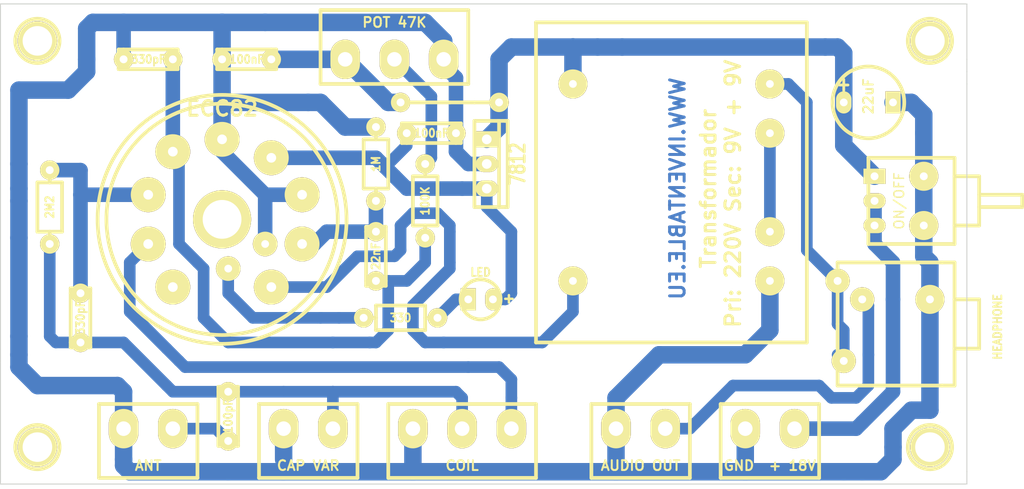
<source format=kicad_pcb>
(kicad_pcb (version 20171130) (host pcbnew "(5.1.8)-1")

  (general
    (thickness 1.6002)
    (drawings 14)
    (tracks 203)
    (zones 0)
    (modules 30)
    (nets 1)
  )

  (page A4)
  (title_block
    (date "18 jul 2013")
  )

  (layers
    (0 Front signal)
    (31 Back signal)
    (33 F.Adhes user)
    (35 F.Paste user)
    (37 F.SilkS user)
    (39 F.Mask user)
    (44 Edge.Cuts user)
  )

  (setup
    (last_trace_width 0.2032)
    (user_trace_width 0.8001)
    (user_trace_width 1.00076)
    (user_trace_width 1.19888)
    (user_trace_width 1.50114)
    (user_trace_width 1.80086)
    (trace_clearance 0.254)
    (zone_clearance 0.508)
    (zone_45_only no)
    (trace_min 0.2032)
    (via_size 0.889)
    (via_drill 0.635)
    (via_min_size 0.889)
    (via_min_drill 0.508)
    (uvia_size 0.508)
    (uvia_drill 0.127)
    (uvias_allowed no)
    (uvia_min_size 0.508)
    (uvia_min_drill 0.127)
    (edge_width 0.09906)
    (segment_width 0.381)
    (pcb_text_width 0.3048)
    (pcb_text_size 1.524 2.032)
    (mod_edge_width 0.381)
    (mod_text_size 1.524 1.524)
    (mod_text_width 0.3048)
    (pad_size 2.54 2.54)
    (pad_drill 0.8001)
    (pad_to_mask_clearance 0.254)
    (aux_axis_origin 0 0)
    (visible_elements FFFFFF7F)
    (pcbplotparams
      (layerselection 0x010fc_ffffffff)
      (usegerberextensions false)
      (usegerberattributes true)
      (usegerberadvancedattributes true)
      (creategerberjobfile true)
      (excludeedgelayer true)
      (linewidth 0.100000)
      (plotframeref false)
      (viasonmask false)
      (mode 1)
      (useauxorigin false)
      (hpglpennumber 1)
      (hpglpenspeed 20)
      (hpglpendiameter 15.000000)
      (psnegative false)
      (psa4output false)
      (plotreference true)
      (plotvalue true)
      (plotinvisibletext false)
      (padsonsilk false)
      (subtractmaskfromsilk false)
      (outputformat 1)
      (mirror false)
      (drillshape 1)
      (scaleselection 1)
      (outputdirectory ""))
  )

  (net 0 "")

  (net_class Default "This is the default net class."
    (clearance 0.254)
    (trace_width 0.2032)
    (via_dia 0.889)
    (via_drill 0.635)
    (uvia_dia 0.508)
    (uvia_drill 0.127)
  )

  (module Pad1 (layer Front) (tedit 51E797AC) (tstamp 51B82227)
    (at 107.95 82.55)
    (fp_text reference "" (at 0 0) (layer F.SilkS)
      (effects (font (size 1.524 1.524) (thickness 0.3048)))
    )
    (fp_text value "" (at 0 0) (layer F.SilkS)
      (effects (font (size 1.524 1.524) (thickness 0.3048)))
    )
    (pad -LED thru_hole circle (at 0 0) (size 2.54 2.54) (drill 0.8001) (layers *.Cu *.Mask F.SilkS))
  )

  (module Pad1 (layer Front) (tedit 51E797A3) (tstamp 51B82225)
    (at 104.14 85.09)
    (fp_text reference "" (at 0 0) (layer F.SilkS)
      (effects (font (size 1.524 1.524) (thickness 0.3048)))
    )
    (fp_text value "" (at 0 0) (layer F.SilkS)
      (effects (font (size 1.524 1.524) (thickness 0.3048)))
    )
    (pad +LED thru_hole circle (at 0 0) (size 2.54 2.54) (drill 0.8001) (layers *.Cu *.Mask F.SilkS))
  )

  (module switch (layer Front) (tedit 51B75FBB) (tstamp 51B82221)
    (at 170.815 78.105 270)
    (tags DIL)
    (fp_text reference " " (at 0.635 2.54 270) (layer F.SilkS)
      (effects (font (size 1.524 1.143) (thickness 0.28702)))
    )
    (fp_text value ON/OFF (at 0 -2.54 270) (layer F.SilkS)
      (effects (font (size 1.00076 1.00076) (thickness 0.14986)))
    )
    (fp_line (start 4.445 -1.27) (end 4.445 0.635) (layer F.SilkS) (width 0.381))
    (fp_line (start -0.635 -10.795) (end -0.635 -15.24) (layer F.SilkS) (width 0.381))
    (fp_line (start -0.635 -15.24) (end 0.635 -15.24) (layer F.SilkS) (width 0.381))
    (fp_line (start 0.635 -15.24) (end 0.635 -10.795) (layer F.SilkS) (width 0.381))
    (fp_line (start -2.54 -8.255) (end -2.54 -10.795) (layer F.SilkS) (width 0.381))
    (fp_line (start -2.54 -10.795) (end 2.54 -10.795) (layer F.SilkS) (width 0.381))
    (fp_line (start 2.54 -10.795) (end 2.54 -8.255) (layer F.SilkS) (width 0.381))
    (fp_line (start 4.445 0.635) (end -4.445 0.635) (layer F.SilkS) (width 0.381))
    (fp_line (start -4.445 0.635) (end -4.445 -8.255) (layer F.SilkS) (width 0.381))
    (fp_line (start -4.445 -8.255) (end 4.445 -8.255) (layer F.SilkS) (width 0.381))
    (fp_line (start 4.445 -8.255) (end 4.445 -1.27) (layer F.SilkS) (width 0.381))
    (pad 1 thru_hole rect (at -2.54 0 270) (size 1.5748 2.286) (drill 0.8128) (layers *.Cu *.Mask F.SilkS))
    (pad 2 thru_hole oval (at 0 0 270) (size 1.5748 2.286) (drill 0.8128) (layers *.Cu *.Mask F.SilkS))
    (pad 3 thru_hole oval (at 2.54 0 270) (size 1.5748 2.286) (drill 0.8128) (layers *.Cu *.Mask F.SilkS))
    (pad "" thru_hole circle (at 2.54 -5.08 270) (size 2.99974 2.99974) (drill 0.8128) (layers *.Cu *.Mask F.SilkS))
    (pad "" thru_hole circle (at -2.54 -5.08 270) (size 2.99974 2.99974) (drill 0.8128) (layers *.Cu *.Mask F.SilkS))
    (model dil/dil_16.wrl
      (at (xyz 0 0 0))
      (scale (xyz 1 1 1))
      (rotate (xyz 0 0 0))
    )
  )

  (module morsetto_2pin (layer Front) (tedit 51E797CC) (tstamp 51B8221F)
    (at 146.685 101.6 180)
    (descr "Morsetto Elcart verde 2 pins drills 1,5mm")
    (fp_text reference " " (at 0 -2.54 180) (layer F.SilkS)
      (effects (font (size 1.016 1.016) (thickness 0.2032)))
    )
    (fp_text value "AUDIO OUT" (at 0 -3.81 180) (layer F.SilkS)
      (effects (font (size 1.016 1.016) (thickness 0.2032)))
    )
    (fp_line (start 5.08 -5.08) (end -5.08 -5.08) (layer F.SilkS) (width 0.381))
    (fp_line (start 5.08 -5.08) (end 5.08 2.54) (layer F.SilkS) (width 0.381))
    (fp_line (start 5.08 2.54) (end -5.08 2.54) (layer F.SilkS) (width 0.381))
    (fp_line (start -5.08 2.54) (end -5.08 -5.08) (layer F.SilkS) (width 0.381))
    (pad 2 thru_hole oval (at 2.54 0 180) (size 3.048 4.064) (drill 1.50114) (layers *.Cu *.Mask F.SilkS))
    (pad 1 thru_hole oval (at -2.54 0 180) (size 3.048 4.064) (drill 1.50114) (layers *.Cu *.Mask F.SilkS))
  )

  (module morsetto_2pin (layer Front) (tedit 51E64ABF) (tstamp 51B82219)
    (at 160.02 101.6 180)
    (descr "Morsetto Elcart verde 2 pins drills 1,5mm")
    (fp_text reference " " (at 0 -2.54 180) (layer F.SilkS)
      (effects (font (size 1.016 1.016) (thickness 0.2032)))
    )
    (fp_text value "GND  + 18V" (at 0 -3.81 180) (layer F.SilkS)
      (effects (font (size 1.016 1.016) (thickness 0.2032)))
    )
    (fp_line (start 5.08 -5.08) (end -5.08 -5.08) (layer F.SilkS) (width 0.381))
    (fp_line (start 5.08 -5.08) (end 5.08 2.54) (layer F.SilkS) (width 0.381))
    (fp_line (start 5.08 2.54) (end -5.08 2.54) (layer F.SilkS) (width 0.381))
    (fp_line (start -5.08 2.54) (end -5.08 -5.08) (layer F.SilkS) (width 0.381))
    (pad 2 thru_hole oval (at 2.54 0 180) (size 3.048 4.064) (drill 1.50114) (layers *.Cu *.Mask F.SilkS))
    (pad 1 thru_hole oval (at -2.54 0 180) (size 3.048 4.064) (drill 1.50114) (layers *.Cu *.Mask F.SilkS))
  )

  (module Cap_NP (layer Front) (tedit 51B75EEB) (tstamp 51B82217)
    (at 125.095 71.12)
    (descr "capacitor np")
    (tags R)
    (autoplace_cost180 10)
    (fp_text reference " " (at 0 1.27) (layer F.SilkS)
      (effects (font (size 0.8382 0.762) (thickness 0.1905)))
    )
    (fp_text value 100nF (at 0 0) (layer F.SilkS)
      (effects (font (size 0.8382 0.762) (thickness 0.1905)))
    )
    (fp_line (start -2.54 -1.016) (end -3.048 -1.016) (layer F.SilkS) (width 0.381))
    (fp_line (start -3.048 -1.016) (end -3.048 1.016) (layer F.SilkS) (width 0.381))
    (fp_line (start -3.048 1.016) (end -2.54 1.016) (layer F.SilkS) (width 0.381))
    (fp_line (start 2.54 -1.016) (end 2.921 -1.016) (layer F.SilkS) (width 0.381))
    (fp_line (start 2.921 -1.016) (end 3.048 -1.016) (layer F.SilkS) (width 0.381))
    (fp_line (start 3.048 -1.016) (end 3.048 1.016) (layer F.SilkS) (width 0.381))
    (fp_line (start 3.048 1.016) (end 2.54 1.016) (layer F.SilkS) (width 0.381))
    (fp_line (start -2.54 -1.016) (end 2.54 -1.016) (layer F.SilkS) (width 0.381))
    (fp_line (start 2.54 1.016) (end -2.54 1.016) (layer F.SilkS) (width 0.381))
    (pad 1 thru_hole circle (at -2.54 0) (size 1.99898 1.99898) (drill 0.8128) (layers *.Cu *.Mask F.SilkS))
    (pad 2 thru_hole circle (at 2.54 0) (size 1.99898 1.99898) (drill 0.8128) (layers *.Cu *.Mask F.SilkS))
    (model discret/resistor.wrl
      (at (xyz 0 0 0))
      (scale (xyz 0.3 0.3 0.3))
      (rotate (xyz 0 0 0))
    )
  )

  (module Cap_NP (layer Front) (tedit 51B75E27) (tstamp 51B82215)
    (at 104.14 100.33 90)
    (descr "capacitor np")
    (tags R)
    (autoplace_cost180 10)
    (fp_text reference " " (at 0 1.27 90) (layer F.SilkS)
      (effects (font (size 0.8382 0.762) (thickness 0.1905)))
    )
    (fp_text value 100pF (at 0 0 90) (layer F.SilkS)
      (effects (font (size 0.8382 0.762) (thickness 0.1905)))
    )
    (fp_line (start -2.54 -1.016) (end -3.048 -1.016) (layer F.SilkS) (width 0.381))
    (fp_line (start -3.048 -1.016) (end -3.048 1.016) (layer F.SilkS) (width 0.381))
    (fp_line (start -3.048 1.016) (end -2.54 1.016) (layer F.SilkS) (width 0.381))
    (fp_line (start 2.54 -1.016) (end 2.921 -1.016) (layer F.SilkS) (width 0.381))
    (fp_line (start 2.921 -1.016) (end 3.048 -1.016) (layer F.SilkS) (width 0.381))
    (fp_line (start 3.048 -1.016) (end 3.048 1.016) (layer F.SilkS) (width 0.381))
    (fp_line (start 3.048 1.016) (end 2.54 1.016) (layer F.SilkS) (width 0.381))
    (fp_line (start -2.54 -1.016) (end 2.54 -1.016) (layer F.SilkS) (width 0.381))
    (fp_line (start 2.54 1.016) (end -2.54 1.016) (layer F.SilkS) (width 0.381))
    (pad 1 thru_hole circle (at -2.54 0 90) (size 1.99898 1.99898) (drill 0.8128) (layers *.Cu *.Mask F.SilkS))
    (pad 2 thru_hole circle (at 2.54 0 90) (size 1.99898 1.99898) (drill 0.8128) (layers *.Cu *.Mask F.SilkS))
    (model discret/resistor.wrl
      (at (xyz 0 0 0))
      (scale (xyz 0.3 0.3 0.3))
      (rotate (xyz 0 0 0))
    )
  )

  (module morsetto_2pin (layer Front) (tedit 51B75233) (tstamp 51B82213)
    (at 95.885 101.6 180)
    (descr "Morsetto Elcart verde 2 pins drills 1,5mm")
    (fp_text reference " " (at 0 -2.54 180) (layer F.SilkS)
      (effects (font (size 1.016 1.016) (thickness 0.2032)))
    )
    (fp_text value ANT (at 0 -3.81 180) (layer F.SilkS)
      (effects (font (size 1.016 1.016) (thickness 0.2032)))
    )
    (fp_line (start 5.08 -5.08) (end -5.08 -5.08) (layer F.SilkS) (width 0.381))
    (fp_line (start 5.08 -5.08) (end 5.08 2.54) (layer F.SilkS) (width 0.381))
    (fp_line (start 5.08 2.54) (end -5.08 2.54) (layer F.SilkS) (width 0.381))
    (fp_line (start -5.08 2.54) (end -5.08 -5.08) (layer F.SilkS) (width 0.381))
    (pad 2 thru_hole oval (at 2.54 0 180) (size 3.048 4.064) (drill 1.50114) (layers *.Cu *.Mask F.SilkS))
    (pad 1 thru_hole oval (at -2.54 0 180) (size 3.048 4.064) (drill 1.50114) (layers *.Cu *.Mask F.SilkS))
  )

  (module morsetto_2pin (layer Front) (tedit 51B7524E) (tstamp 51B82211)
    (at 112.395 101.6 180)
    (descr "Morsetto Elcart verde 2 pins drills 1,5mm")
    (fp_text reference " " (at 0 -2.54 180) (layer F.SilkS)
      (effects (font (size 1.016 1.016) (thickness 0.2032)))
    )
    (fp_text value "CAP VAR" (at 0 -3.81 180) (layer F.SilkS)
      (effects (font (size 1.016 1.016) (thickness 0.2032)))
    )
    (fp_line (start 5.08 -5.08) (end -5.08 -5.08) (layer F.SilkS) (width 0.381))
    (fp_line (start 5.08 -5.08) (end 5.08 2.54) (layer F.SilkS) (width 0.381))
    (fp_line (start 5.08 2.54) (end -5.08 2.54) (layer F.SilkS) (width 0.381))
    (fp_line (start -5.08 2.54) (end -5.08 -5.08) (layer F.SilkS) (width 0.381))
    (pad 2 thru_hole oval (at 2.54 0 180) (size 3.048 4.064) (drill 1.50114) (layers *.Cu *.Mask F.SilkS))
    (pad 1 thru_hole oval (at -2.54 0 180) (size 3.048 4.064) (drill 1.50114) (layers *.Cu *.Mask F.SilkS))
  )

  (module jack_3_5mm (layer Front) (tedit 51B75FAC) (tstamp 51B8220F)
    (at 173.355 90.805 270)
    (descr "capacitor np")
    (tags R)
    (autoplace_cost180 10)
    (fp_text reference "HEADPHONE " (at 0 -10.16 270) (layer F.SilkS)
      (effects (font (size 0.8382 0.762) (thickness 0.1905)))
    )
    (fp_text value " " (at 0 0 270) (layer F.SilkS)
      (effects (font (size 0.8382 0.762) (thickness 0.1905)))
    )
    (fp_line (start -2.54 -5.715) (end -2.54 -8.255) (layer F.SilkS) (width 0.381))
    (fp_line (start -2.54 -8.255) (end 2.54 -8.255) (layer F.SilkS) (width 0.381))
    (fp_line (start 2.54 -8.255) (end 2.54 -5.715) (layer F.SilkS) (width 0.381))
    (fp_line (start 6.35 -4.445) (end 6.35 -5.715) (layer F.SilkS) (width 0.381))
    (fp_line (start 6.35 -5.715) (end -6.35 -5.715) (layer F.SilkS) (width 0.381))
    (fp_line (start -6.35 -5.715) (end -6.35 -4.445) (layer F.SilkS) (width 0.381))
    (fp_line (start -6.35 -4.445) (end -6.35 6.35) (layer F.SilkS) (width 0.381))
    (fp_line (start -6.35 6.35) (end -5.715 6.35) (layer F.SilkS) (width 0.381))
    (fp_line (start 0 6.35) (end 6.35 6.35) (layer F.SilkS) (width 0.381))
    (fp_line (start 6.35 6.35) (end 6.35 -4.445) (layer F.SilkS) (width 0.381))
    (fp_line (start -5.715 6.35) (end 0 6.35) (layer F.SilkS) (width 0.381))
    (pad 1 thru_hole circle (at 3.81 5.715 270) (size 2.49936 2.49936) (drill 0.8128) (layers *.Cu *.Mask F.SilkS))
    (pad 2 thru_hole circle (at -4.445 6.35 270) (size 2.49936 2.49936) (drill 0.8128) (layers *.Cu *.Mask F.SilkS))
    (pad SW thru_hole circle (at -2.54 3.81 270) (size 2.49936 2.49936) (drill 0.8128) (layers *.Cu *.Mask F.SilkS))
    (pad GND thru_hole circle (at -2.54 -3.175 270) (size 2.99974 2.99974) (drill 0.8128) (layers *.Cu *.Mask F.SilkS))
    (model discret/resistor.wrl
      (at (xyz 0 0 0))
      (scale (xyz 0.3 0.3 0.3))
      (rotate (xyz 0 0 0))
    )
  )

  (module Cap_NP (layer Front) (tedit 51B75F1C) (tstamp 51B8220B)
    (at 106.045 63.5 180)
    (descr "capacitor np")
    (tags R)
    (autoplace_cost180 10)
    (fp_text reference " " (at 0 1.27 180) (layer F.SilkS)
      (effects (font (size 0.8382 0.762) (thickness 0.1905)))
    )
    (fp_text value 100nF (at 0 0 180) (layer F.SilkS)
      (effects (font (size 0.8382 0.762) (thickness 0.1905)))
    )
    (fp_line (start -2.54 -1.016) (end -3.048 -1.016) (layer F.SilkS) (width 0.381))
    (fp_line (start -3.048 -1.016) (end -3.048 1.016) (layer F.SilkS) (width 0.381))
    (fp_line (start -3.048 1.016) (end -2.54 1.016) (layer F.SilkS) (width 0.381))
    (fp_line (start 2.54 -1.016) (end 2.921 -1.016) (layer F.SilkS) (width 0.381))
    (fp_line (start 2.921 -1.016) (end 3.048 -1.016) (layer F.SilkS) (width 0.381))
    (fp_line (start 3.048 -1.016) (end 3.048 1.016) (layer F.SilkS) (width 0.381))
    (fp_line (start 3.048 1.016) (end 2.54 1.016) (layer F.SilkS) (width 0.381))
    (fp_line (start -2.54 -1.016) (end 2.54 -1.016) (layer F.SilkS) (width 0.381))
    (fp_line (start 2.54 1.016) (end -2.54 1.016) (layer F.SilkS) (width 0.381))
    (pad 1 thru_hole circle (at -2.54 0 180) (size 1.99898 1.99898) (drill 0.8128) (layers *.Cu *.Mask F.SilkS))
    (pad 2 thru_hole circle (at 2.54 0 180) (size 1.99898 1.99898) (drill 0.8128) (layers *.Cu *.Mask F.SilkS))
    (model discret/resistor.wrl
      (at (xyz 0 0 0))
      (scale (xyz 0.3 0.3 0.3))
      (rotate (xyz 0 0 0))
    )
  )

  (module Res_standard (layer Front) (tedit 51B75E9F) (tstamp 51E63D0F)
    (at 124.46 78.105 90)
    (descr "Resistor 7.5 mm")
    (tags R)
    (autoplace_cost180 10)
    (fp_text reference " " (at 0 1.27 90) (layer F.SilkS)
      (effects (font (size 0.8382 0.762) (thickness 0.1905)))
    )
    (fp_text value 100K (at 0 0 90) (layer F.SilkS)
      (effects (font (size 0.8382 0.762) (thickness 0.1905)))
    )
    (fp_line (start 2.54 0) (end 3.81 0) (layer F.SilkS) (width 0.381))
    (fp_line (start 2.54 1.27) (end -2.54 1.27) (layer F.SilkS) (width 0.381))
    (fp_line (start -2.54 1.27) (end -2.54 0) (layer F.SilkS) (width 0.381))
    (fp_line (start -3.175 0) (end -2.54 0) (layer F.SilkS) (width 0.381))
    (fp_line (start -2.54 0) (end -2.54 -1.27) (layer F.SilkS) (width 0.381))
    (fp_line (start -2.54 -1.27) (end 2.54 -1.27) (layer F.SilkS) (width 0.381))
    (fp_line (start 2.54 -1.27) (end 2.54 1.27) (layer F.SilkS) (width 0.381))
    (fp_line (start -3.81 0) (end -3.175 0) (layer F.SilkS) (width 0.381))
    (pad 1 thru_hole circle (at -3.81 0 90) (size 1.99898 1.99898) (drill 0.8128) (layers *.Cu *.Mask F.SilkS))
    (pad 2 thru_hole circle (at 3.81 0 90) (size 1.99898 1.99898) (drill 0.8128) (layers *.Cu *.Mask F.SilkS))
    (model discret/resistor.wrl
      (at (xyz 0 0 0))
      (scale (xyz 0.3 0.3 0.3))
      (rotate (xyz 0 0 0))
    )
  )

  (module morsetto_3pin (layer Front) (tedit 51B7528C) (tstamp 51B82201)
    (at 121.285 63.5)
    (descr "Morsetto Elcart verde 3 pins drills 1,5mm")
    (fp_text reference " " (at 0.635 -2.54) (layer F.SilkS)
      (effects (font (size 1.016 1.016) (thickness 0.2032)))
    )
    (fp_text value "POT 47K" (at 0 -3.81) (layer F.SilkS)
      (effects (font (size 1.016 1.016) (thickness 0.2032)))
    )
    (fp_line (start -7.62 -5.08) (end 7.62 -5.08) (layer F.SilkS) (width 0.381))
    (fp_line (start 7.62 -5.08) (end 7.62 2.54) (layer F.SilkS) (width 0.381))
    (fp_line (start 7.62 2.54) (end -7.62 2.54) (layer F.SilkS) (width 0.381))
    (fp_line (start -7.62 2.54) (end -7.62 -5.08) (layer F.SilkS) (width 0.381))
    (pad 2 thru_hole oval (at 0 0) (size 3.048 4.064) (drill 1.50114) (layers *.Cu *.Mask F.SilkS))
    (pad 1 thru_hole oval (at -5.08 0) (size 3.048 4.064) (drill 1.50114) (layers *.Cu *.Mask F.SilkS))
    (pad 3 thru_hole oval (at 5.08 0) (size 3.048 4.064) (drill 1.50114) (layers *.Cu *.Mask F.SilkS))
  )

  (module ECC82V3 (layer Front) (tedit 51B75DD5) (tstamp 51B821FD)
    (at 103.505 80.01)
    (fp_text reference ECC82 (at 0 -11.43) (layer F.SilkS)
      (effects (font (size 1.524 1.524) (thickness 0.3048)))
    )
    (fp_text value "" (at 0 11.43) (layer F.SilkS)
      (effects (font (size 1.524 1.524) (thickness 0.3048)))
    )
    (fp_circle (center 0 0) (end 10.795 5.08) (layer F.SilkS) (width 0.381))
    (fp_circle (center 0 0) (end 12.7 1.905) (layer F.SilkS) (width 0.381))
    (pad 1 thru_hole circle (at 5.08 6.985 306) (size 3.59918 3.59918) (drill oval 1.00076) (layers *.Cu *.Mask F.SilkS))
    (pad 2 thru_hole circle (at 8.255 2.54 306) (size 3.59918 3.59918) (drill oval 1.00076) (layers *.Cu *.Mask F.SilkS))
    (pad 3 thru_hole circle (at 8.255 -2.54 306) (size 3.59918 3.59918) (drill oval 1.00076) (layers *.Cu *.Mask F.SilkS))
    (pad 4 thru_hole circle (at 5.08 -6.35 306) (size 3.59918 3.59918) (drill oval 1.00076) (layers *.Cu *.Mask F.SilkS))
    (pad 5 thru_hole circle (at 0 -8.255 306) (size 3.59918 3.59918) (drill oval 1.00076) (layers *.Cu *.Mask F.SilkS))
    (pad 6 thru_hole circle (at -5.08 -6.985 306) (size 3.59918 3.59918) (drill oval 1.00076) (layers *.Cu *.Mask F.SilkS))
    (pad 7 thru_hole circle (at -7.62 -2.54 306) (size 3.59918 3.59918) (drill oval 1.00076) (layers *.Cu *.Mask F.SilkS))
    (pad 8 thru_hole circle (at -7.62 2.54 306) (size 3.59918 3.59918) (drill oval 1.00076) (layers *.Cu *.Mask F.SilkS))
    (pad 9 thru_hole circle (at -5.08 6.985 306) (size 3.59918 3.59918) (drill oval 1.00076) (layers *.Cu *.Mask F.SilkS))
    (pad "" thru_hole circle (at 0 0) (size 5.99948 5.99948) (drill 4.0005) (layers *.Cu *.Mask F.SilkS))
    (model valves/ecc83.wrl
      (at (xyz 0 0 0))
      (scale (xyz 1 1 1))
      (rotate (xyz 0 0 0))
    )
  )

  (module screw (layer Front) (tedit 4C70E85B) (tstamp 51B821F9)
    (at 84.455 103.505)
    (descr "screw pcb")
    (tags DEV)
    (fp_text reference " " (at 0.381 3.302) (layer F.SilkS)
      (effects (font (size 1.016 1.016) (thickness 0.254)))
    )
    (fp_text value " " (at 0.635 -3.175) (layer F.SilkS)
      (effects (font (size 1.016 1.016) (thickness 0.254)))
    )
    (fp_circle (center 0 0) (end 0 -2.286) (layer F.SilkS) (width 0.381))
    (pad "" thru_hole circle (at 0 0) (size 4.064 4.064) (drill 3.048) (layers *.Cu *.Mask F.SilkS))
  )

  (module Cap_NP (layer Front) (tedit 51B75DEF) (tstamp 51B821F7)
    (at 95.885 63.5)
    (descr "capacitor np")
    (tags R)
    (autoplace_cost180 10)
    (fp_text reference " " (at 0 1.27) (layer F.SilkS)
      (effects (font (size 0.8382 0.762) (thickness 0.1905)))
    )
    (fp_text value 330pF (at 0 0) (layer F.SilkS)
      (effects (font (size 0.8382 0.762) (thickness 0.1905)))
    )
    (fp_line (start -2.54 -1.016) (end -3.048 -1.016) (layer F.SilkS) (width 0.381))
    (fp_line (start -3.048 -1.016) (end -3.048 1.016) (layer F.SilkS) (width 0.381))
    (fp_line (start -3.048 1.016) (end -2.54 1.016) (layer F.SilkS) (width 0.381))
    (fp_line (start 2.54 -1.016) (end 2.921 -1.016) (layer F.SilkS) (width 0.381))
    (fp_line (start 2.921 -1.016) (end 3.048 -1.016) (layer F.SilkS) (width 0.381))
    (fp_line (start 3.048 -1.016) (end 3.048 1.016) (layer F.SilkS) (width 0.381))
    (fp_line (start 3.048 1.016) (end 2.54 1.016) (layer F.SilkS) (width 0.381))
    (fp_line (start -2.54 -1.016) (end 2.54 -1.016) (layer F.SilkS) (width 0.381))
    (fp_line (start 2.54 1.016) (end -2.54 1.016) (layer F.SilkS) (width 0.381))
    (pad 1 thru_hole circle (at -2.54 0) (size 1.99898 1.99898) (drill 0.8128) (layers *.Cu *.Mask F.SilkS))
    (pad 2 thru_hole circle (at 2.54 0) (size 1.99898 1.99898) (drill 0.8128) (layers *.Cu *.Mask F.SilkS))
    (model discret/resistor.wrl
      (at (xyz 0 0 0))
      (scale (xyz 0.3 0.3 0.3))
      (rotate (xyz 0 0 0))
    )
  )

  (module Cap_NP (layer Front) (tedit 51B75E07) (tstamp 51B821F5)
    (at 88.9 90.17 270)
    (descr "capacitor np")
    (tags R)
    (autoplace_cost180 10)
    (fp_text reference " " (at 0 1.27 270) (layer F.SilkS)
      (effects (font (size 0.8382 0.762) (thickness 0.1905)))
    )
    (fp_text value 330pF (at 0 0 270) (layer F.SilkS)
      (effects (font (size 0.8382 0.762) (thickness 0.1905)))
    )
    (fp_line (start -2.54 -1.016) (end -3.048 -1.016) (layer F.SilkS) (width 0.381))
    (fp_line (start -3.048 -1.016) (end -3.048 1.016) (layer F.SilkS) (width 0.381))
    (fp_line (start -3.048 1.016) (end -2.54 1.016) (layer F.SilkS) (width 0.381))
    (fp_line (start 2.54 -1.016) (end 2.921 -1.016) (layer F.SilkS) (width 0.381))
    (fp_line (start 2.921 -1.016) (end 3.048 -1.016) (layer F.SilkS) (width 0.381))
    (fp_line (start 3.048 -1.016) (end 3.048 1.016) (layer F.SilkS) (width 0.381))
    (fp_line (start 3.048 1.016) (end 2.54 1.016) (layer F.SilkS) (width 0.381))
    (fp_line (start -2.54 -1.016) (end 2.54 -1.016) (layer F.SilkS) (width 0.381))
    (fp_line (start 2.54 1.016) (end -2.54 1.016) (layer F.SilkS) (width 0.381))
    (pad 1 thru_hole circle (at -2.54 0 270) (size 1.99898 1.99898) (drill 0.8128) (layers *.Cu *.Mask F.SilkS))
    (pad 2 thru_hole circle (at 2.54 0 270) (size 1.99898 1.99898) (drill 0.8128) (layers *.Cu *.Mask F.SilkS))
    (model discret/resistor.wrl
      (at (xyz 0 0 0))
      (scale (xyz 0.3 0.3 0.3))
      (rotate (xyz 0 0 0))
    )
  )

  (module screw (layer Front) (tedit 4C70E85B) (tstamp 51B821F3)
    (at 84.455 61.595)
    (descr "screw pcb")
    (tags DEV)
    (fp_text reference " " (at 0.381 3.302) (layer F.SilkS)
      (effects (font (size 1.016 1.016) (thickness 0.254)))
    )
    (fp_text value " " (at 0.635 -3.175) (layer F.SilkS)
      (effects (font (size 1.016 1.016) (thickness 0.254)))
    )
    (fp_circle (center 0 0) (end 0 -2.286) (layer F.SilkS) (width 0.381))
    (pad "" thru_hole circle (at 0 0) (size 4.064 4.064) (drill 3.048) (layers *.Cu *.Mask F.SilkS))
  )

  (module morsetto_3pin (layer Front) (tedit 51B7525F) (tstamp 51B821F1)
    (at 128.27 101.6 180)
    (descr "Morsetto Elcart verde 3 pins drills 1,5mm")
    (fp_text reference " " (at 0.635 -2.54 180) (layer F.SilkS)
      (effects (font (size 1.016 1.016) (thickness 0.2032)))
    )
    (fp_text value COIL (at 0 -3.81 180) (layer F.SilkS)
      (effects (font (size 1.016 1.016) (thickness 0.2032)))
    )
    (fp_line (start -7.62 -5.08) (end 7.62 -5.08) (layer F.SilkS) (width 0.381))
    (fp_line (start 7.62 -5.08) (end 7.62 2.54) (layer F.SilkS) (width 0.381))
    (fp_line (start 7.62 2.54) (end -7.62 2.54) (layer F.SilkS) (width 0.381))
    (fp_line (start -7.62 2.54) (end -7.62 -5.08) (layer F.SilkS) (width 0.381))
    (pad 2 thru_hole oval (at 0 0 180) (size 3.048 4.064) (drill 1.50114) (layers *.Cu *.Mask F.SilkS))
    (pad 1 thru_hole oval (at -5.08 0 180) (size 3.048 4.064) (drill 1.50114) (layers *.Cu *.Mask F.SilkS))
    (pad 3 thru_hole oval (at 5.08 0 180) (size 3.048 4.064) (drill 1.50114) (layers *.Cu *.Mask F.SilkS))
  )

  (module Res_standard (layer Front) (tedit 51B75E0F) (tstamp 51B821EF)
    (at 85.725 78.74 270)
    (descr "Resistor 7.5 mm")
    (tags R)
    (autoplace_cost180 10)
    (fp_text reference " " (at 0 1.27 270) (layer F.SilkS)
      (effects (font (size 0.8382 0.762) (thickness 0.1905)))
    )
    (fp_text value 2M2 (at 0 0 270) (layer F.SilkS)
      (effects (font (size 0.8382 0.762) (thickness 0.1905)))
    )
    (fp_line (start 2.54 0) (end 3.81 0) (layer F.SilkS) (width 0.381))
    (fp_line (start 2.54 1.27) (end -2.54 1.27) (layer F.SilkS) (width 0.381))
    (fp_line (start -2.54 1.27) (end -2.54 0) (layer F.SilkS) (width 0.381))
    (fp_line (start -3.175 0) (end -2.54 0) (layer F.SilkS) (width 0.381))
    (fp_line (start -2.54 0) (end -2.54 -1.27) (layer F.SilkS) (width 0.381))
    (fp_line (start -2.54 -1.27) (end 2.54 -1.27) (layer F.SilkS) (width 0.381))
    (fp_line (start 2.54 -1.27) (end 2.54 1.27) (layer F.SilkS) (width 0.381))
    (fp_line (start -3.81 0) (end -3.175 0) (layer F.SilkS) (width 0.381))
    (pad 1 thru_hole circle (at -3.81 0 270) (size 1.99898 1.99898) (drill 0.8128) (layers *.Cu *.Mask F.SilkS))
    (pad 2 thru_hole circle (at 3.81 0 270) (size 1.99898 1.99898) (drill 0.8128) (layers *.Cu *.Mask F.SilkS))
    (model discret/resistor.wrl
      (at (xyz 0 0 0))
      (scale (xyz 0.3 0.3 0.3))
      (rotate (xyz 0 0 0))
    )
  )

  (module Res_standard (layer Front) (tedit 51B75E6D) (tstamp 51B821ED)
    (at 119.38 74.295 90)
    (descr "Resistor 7.5 mm")
    (tags R)
    (autoplace_cost180 10)
    (fp_text reference " " (at 0 1.27 90) (layer F.SilkS)
      (effects (font (size 0.8382 0.762) (thickness 0.1905)))
    )
    (fp_text value 1M (at 0 0 90) (layer F.SilkS)
      (effects (font (size 0.8382 0.762) (thickness 0.1905)))
    )
    (fp_line (start 2.54 0) (end 3.81 0) (layer F.SilkS) (width 0.381))
    (fp_line (start 2.54 1.27) (end -2.54 1.27) (layer F.SilkS) (width 0.381))
    (fp_line (start -2.54 1.27) (end -2.54 0) (layer F.SilkS) (width 0.381))
    (fp_line (start -3.175 0) (end -2.54 0) (layer F.SilkS) (width 0.381))
    (fp_line (start -2.54 0) (end -2.54 -1.27) (layer F.SilkS) (width 0.381))
    (fp_line (start -2.54 -1.27) (end 2.54 -1.27) (layer F.SilkS) (width 0.381))
    (fp_line (start 2.54 -1.27) (end 2.54 1.27) (layer F.SilkS) (width 0.381))
    (fp_line (start -3.81 0) (end -3.175 0) (layer F.SilkS) (width 0.381))
    (pad 1 thru_hole circle (at -3.81 0 90) (size 1.99898 1.99898) (drill 0.8128) (layers *.Cu *.Mask F.SilkS))
    (pad 2 thru_hole circle (at 3.81 0 90) (size 1.99898 1.99898) (drill 0.8128) (layers *.Cu *.Mask F.SilkS))
    (model discret/resistor.wrl
      (at (xyz 0 0 0))
      (scale (xyz 0.3 0.3 0.3))
      (rotate (xyz 0 0 0))
    )
  )

  (module Cap_NP (layer Front) (tedit 51B75E57) (tstamp 51B821EB)
    (at 119.38 83.82 90)
    (descr "capacitor np")
    (tags R)
    (autoplace_cost180 10)
    (fp_text reference " " (at 0 1.27 90) (layer F.SilkS)
      (effects (font (size 0.8382 0.762) (thickness 0.1905)))
    )
    (fp_text value 22nF (at 0 0 90) (layer F.SilkS)
      (effects (font (size 0.8382 0.762) (thickness 0.1905)))
    )
    (fp_line (start -2.54 -1.016) (end -3.048 -1.016) (layer F.SilkS) (width 0.381))
    (fp_line (start -3.048 -1.016) (end -3.048 1.016) (layer F.SilkS) (width 0.381))
    (fp_line (start -3.048 1.016) (end -2.54 1.016) (layer F.SilkS) (width 0.381))
    (fp_line (start 2.54 -1.016) (end 2.921 -1.016) (layer F.SilkS) (width 0.381))
    (fp_line (start 2.921 -1.016) (end 3.048 -1.016) (layer F.SilkS) (width 0.381))
    (fp_line (start 3.048 -1.016) (end 3.048 1.016) (layer F.SilkS) (width 0.381))
    (fp_line (start 3.048 1.016) (end 2.54 1.016) (layer F.SilkS) (width 0.381))
    (fp_line (start -2.54 -1.016) (end 2.54 -1.016) (layer F.SilkS) (width 0.381))
    (fp_line (start 2.54 1.016) (end -2.54 1.016) (layer F.SilkS) (width 0.381))
    (pad 1 thru_hole circle (at -2.54 0 90) (size 1.99898 1.99898) (drill 0.8128) (layers *.Cu *.Mask F.SilkS))
    (pad 2 thru_hole circle (at 2.54 0 90) (size 1.99898 1.99898) (drill 0.8128) (layers *.Cu *.Mask F.SilkS))
    (model discret/resistor.wrl
      (at (xyz 0 0 0))
      (scale (xyz 0.3 0.3 0.3))
      (rotate (xyz 0 0 0))
    )
  )

  (module electrolitic47uF (layer Front) (tedit 51B82B9F) (tstamp 51B82B90)
    (at 170.18 67.945 180)
    (descr "electrolitic cap 47uF 16V/25V 3.5mm pins")
    (tags DIL)
    (fp_text reference " " (at 0.635 3.175 180) (layer F.SilkS)
      (effects (font (size 1.524 1.143) (thickness 0.28702)))
    )
    (fp_text value + (at 2.54 1.905 180) (layer F.SilkS)
      (effects (font (size 1.524 1.143) (thickness 0.28702)))
    )
    (fp_circle (center 0 0) (end 3.175 1.905) (layer F.SilkS) (width 0.381))
    (fp_text user 22uF (at 0 0.635 270) (layer F.SilkS)
      (effects (font (size 1.00076 1.00076) (thickness 0.20066)))
    )
    (pad 1 thru_hole rect (at -2.54 0 180) (size 1.5748 2.286) (drill 0.8001) (layers *.Cu *.Mask F.SilkS))
    (pad 2 thru_hole oval (at 2.54 0 180) (size 1.5748 2.286) (drill 0.8001) (layers *.Cu *.Mask F.SilkS))
    (model dil/dil_16.wrl
      (at (xyz 0 0 0))
      (scale (xyz 1 1 1))
      (rotate (xyz 0 0 0))
    )
  )

  (module screw (layer Front) (tedit 4C70E85B) (tstamp 51B821E7)
    (at 176.53 103.505)
    (descr "screw pcb")
    (tags DEV)
    (fp_text reference " " (at 0.381 3.302) (layer F.SilkS)
      (effects (font (size 1.016 1.016) (thickness 0.254)))
    )
    (fp_text value " " (at 0.635 -3.175) (layer F.SilkS)
      (effects (font (size 1.016 1.016) (thickness 0.254)))
    )
    (fp_circle (center 0 0) (end 0 -2.286) (layer F.SilkS) (width 0.381))
    (pad "" thru_hole circle (at 0 0) (size 4.064 4.064) (drill 3.048) (layers *.Cu *.Mask F.SilkS))
  )

  (module screw (layer Front) (tedit 4C70E85B) (tstamp 51B821E5)
    (at 176.53 61.595)
    (descr "screw pcb")
    (tags DEV)
    (fp_text reference " " (at 0.381 3.302) (layer F.SilkS)
      (effects (font (size 1.016 1.016) (thickness 0.254)))
    )
    (fp_text value " " (at 0.635 -3.175) (layer F.SilkS)
      (effects (font (size 1.016 1.016) (thickness 0.254)))
    )
    (fp_circle (center 0 0) (end 0 -2.286) (layer F.SilkS) (width 0.381))
    (pad "" thru_hole circle (at 0 0) (size 4.064 4.064) (drill 3.048) (layers *.Cu *.Mask F.SilkS))
  )

  (module Res_standard (layer Front) (tedit 51E79741) (tstamp 51B735F9)
    (at 121.92 90.17)
    (descr "Resistor 7.5 mm")
    (tags R)
    (autoplace_cost180 10)
    (fp_text reference " " (at 0 1.27) (layer F.SilkS)
      (effects (font (size 0.8382 0.762) (thickness 0.1905)))
    )
    (fp_text value 330 (at 0 0) (layer F.SilkS)
      (effects (font (size 0.8382 0.762) (thickness 0.1905)))
    )
    (fp_line (start 2.54 0) (end 3.81 0) (layer F.SilkS) (width 0.381))
    (fp_line (start 2.54 1.27) (end -2.54 1.27) (layer F.SilkS) (width 0.381))
    (fp_line (start -2.54 1.27) (end -2.54 0) (layer F.SilkS) (width 0.381))
    (fp_line (start -3.175 0) (end -2.54 0) (layer F.SilkS) (width 0.381))
    (fp_line (start -2.54 0) (end -2.54 -1.27) (layer F.SilkS) (width 0.381))
    (fp_line (start -2.54 -1.27) (end 2.54 -1.27) (layer F.SilkS) (width 0.381))
    (fp_line (start 2.54 -1.27) (end 2.54 1.27) (layer F.SilkS) (width 0.381))
    (fp_line (start -3.81 0) (end -3.175 0) (layer F.SilkS) (width 0.381))
    (pad 1 thru_hole circle (at -3.81 0) (size 1.99898 1.99898) (drill 0.8128) (layers *.Cu *.Mask F.SilkS))
    (pad 2 thru_hole circle (at 3.81 0) (size 1.99898 1.99898) (drill 0.8128) (layers *.Cu *.Mask F.SilkS))
    (model discret/resistor.wrl
      (at (xyz 0 0 0))
      (scale (xyz 0.3 0.3 0.3))
      (rotate (xyz 0 0 0))
    )
  )

  (module led3mm (layer Front) (tedit 51E797BC) (tstamp 51B81FB6)
    (at 130.175 88.265)
    (descr "led 3mm")
    (tags DIL)
    (fp_text reference " " (at 0.635 3.175) (layer F.SilkS)
      (effects (font (size 1.524 1.143) (thickness 0.28702)))
    )
    (fp_text value LED (at 0 -2.794) (layer F.SilkS)
      (effects (font (size 0.8382 0.762) (thickness 0.1905)))
    )
    (fp_line (start -1.778 -1.016) (end -1.778 1.016) (layer F.SilkS) (width 0.381))
    (fp_circle (center 0 0) (end 1.524 1.397) (layer F.SilkS) (width 0.381))
    (fp_text user + (at 2.921 -0.127) (layer F.SilkS)
      (effects (font (size 1.00076 1.00076) (thickness 0.25146)))
    )
    (pad 1 thru_hole rect (at -1.27 0) (size 1.5748 2.286) (drill 0.8001) (layers *.Cu *.Mask F.SilkS))
    (pad 2 thru_hole oval (at 1.27 0) (size 1.5748 2.286) (drill 0.8001) (layers *.Cu *.Mask F.SilkS))
    (model dil/dil_16.wrl
      (at (xyz 0 0 0))
      (scale (xyz 1 1 1))
      (rotate (xyz 0 0 0))
    )
  )

  (module trafo-05VA (layer Front) (tedit 51E667F9) (tstamp 51E63C9D)
    (at 149.225 76.2 90)
    (fp_text reference Transformador (at -0.635 4.445 90) (layer F.SilkS)
      (effects (font (size 1.524 1.524) (thickness 0.3048)))
    )
    (fp_text value " Pri: 220V Sec: 9V + 9V   " (at 0 6.985 90) (layer F.SilkS)
      (effects (font (size 1.524 1.524) (thickness 0.3048)))
    )
    (fp_line (start 0 14.605) (end -16.51 14.605) (layer F.SilkS) (width 0.381))
    (fp_line (start -16.51 14.605) (end -16.51 -13.335) (layer F.SilkS) (width 0.381))
    (fp_line (start -16.51 -13.335) (end 16.51 -13.335) (layer F.SilkS) (width 0.381))
    (fp_line (start 16.51 -13.335) (end 16.51 14.605) (layer F.SilkS) (width 0.381))
    (fp_line (start 16.51 14.605) (end 0 14.605) (layer F.SilkS) (width 0.381))
    (pad 1 thru_hole circle (at -10.16 10.795 90) (size 2.99974 2.99974) (drill 0.8001) (layers *.Cu *.Mask F.SilkS))
    (pad 2 thru_hole circle (at -5.08 10.795 90) (size 2.99974 2.99974) (drill 0.8001) (layers *.Cu *.Mask F.SilkS))
    (pad 3 thru_hole circle (at 5.08 10.795 90) (size 2.99974 2.99974) (drill 0.8001) (layers *.Cu *.Mask F.SilkS))
    (pad 4 thru_hole circle (at 10.16 10.795 90) (size 2.99974 2.99974) (drill 0.8001) (layers *.Cu *.Mask F.SilkS))
    (pad 5 thru_hole circle (at -10.16 -9.525 90) (size 2.99974 2.99974) (drill 0.8001) (layers *.Cu *.Mask F.SilkS))
    (pad 6 thru_hole circle (at 10.16 -9.525 90) (size 2.99974 2.99974) (drill 0.8001) (layers *.Cu *.Mask F.SilkS))
  )

  (module TO220 (layer Front) (tedit 51E64A8A) (tstamp 51E64638)
    (at 130.81 74.295 270)
    (descr "TO220, BD137,B138, 7805 drill 1mm")
    (tags TO220)
    (fp_text reference " " (at 0.635 2.54 270) (layer F.SilkS)
      (effects (font (size 1.524 1.143) (thickness 0.28702)))
    )
    (fp_text value 7812 (at 0 -3.175 270) (layer F.SilkS)
      (effects (font (size 1.524 1.143) (thickness 0.28702)))
    )
    (fp_line (start -4.445 -1.905) (end -4.445 -2.159) (layer F.SilkS) (width 0.381))
    (fp_line (start -4.445 -2.159) (end 4.445 -2.159) (layer F.SilkS) (width 0.381))
    (fp_line (start 4.445 -2.159) (end 4.445 -1.905) (layer F.SilkS) (width 0.381))
    (fp_line (start -4.445 -1.143) (end -4.445 -1.905) (layer F.SilkS) (width 0.381))
    (fp_line (start -4.445 -1.27) (end 4.445 -1.27) (layer F.SilkS) (width 0.381))
    (fp_line (start 4.445 1.27) (end 4.445 -0.635) (layer F.SilkS) (width 0.381))
    (fp_line (start 4.445 -0.635) (end 4.445 -1.27) (layer F.SilkS) (width 0.381))
    (fp_line (start 4.445 -1.905) (end 4.445 -1.27) (layer F.SilkS) (width 0.381))
    (fp_line (start 4.445 1.27) (end -4.445 1.27) (layer F.SilkS) (width 0.381))
    (fp_line (start -4.445 -1.27) (end -4.445 1.27) (layer F.SilkS) (width 0.381))
    (pad 1 thru_hole rect (at -2.54 0 270) (size 1.67386 2.286) (drill 1.00076) (layers *.Cu *.Mask F.SilkS))
    (pad 2 thru_hole oval (at 0 0 270) (size 1.67386 2.286) (drill 1.00076) (layers *.Cu *.Mask F.SilkS))
    (pad 3 thru_hole oval (at 2.54 0 270) (size 1.67386 2.286) (drill 1.00076) (layers *.Cu *.Mask F.SilkS))
    (model dil/dil_16.wrl
      (at (xyz 0 0 0))
      (scale (xyz 1 1 1))
      (rotate (xyz 0 0 0))
    )
  )

  (module bridge10mm (layer Front) (tedit 4C78E7F6) (tstamp 51E647DA)
    (at 124.46 67.945)
    (descr "capacitor np")
    (tags R)
    (autoplace_cost180 10)
    (fp_text reference " " (at 0 1.27) (layer F.SilkS)
      (effects (font (size 0.8382 0.762) (thickness 0.1905)))
    )
    (fp_text value " " (at 0 0) (layer F.SilkS)
      (effects (font (size 0.8382 0.762) (thickness 0.1905)))
    )
    (fp_line (start 5.08 0) (end 7.62 0) (layer F.SilkS) (width 0.381))
    (fp_line (start 2.54 0) (end 5.08 0) (layer F.SilkS) (width 0.381))
    (fp_line (start -2.54 0) (end 2.54 0) (layer F.SilkS) (width 0.381))
    (pad 1 thru_hole circle (at -2.54 0) (size 1.99898 1.99898) (drill 0.8128) (layers *.Cu *.Mask F.SilkS))
    (pad 2 thru_hole circle (at 7.62 0) (size 1.99898 1.99898) (drill 0.8128) (layers *.Cu *.Mask F.SilkS))
    (model discret/resistor.wrl
      (at (xyz 0 0 0))
      (scale (xyz 0.3 0.3 0.3))
      (rotate (xyz 0 0 0))
    )
  )

  (gr_line (start 180.34 57.785) (end 180.34 63.5) (angle 90) (layer Edge.Cuts) (width 0.09906))
  (gr_line (start 80.645 57.785) (end 180.34 57.785) (angle 90) (layer Edge.Cuts) (width 0.09906))
  (gr_line (start 80.645 63.5) (end 80.645 57.785) (angle 90) (layer Edge.Cuts) (width 0.09906))
  (gr_text WWW.INVENTABLE.EU (at 150.495 76.835 90) (layer Back)
    (effects (font (size 1.50114 1.524) (thickness 0.3048)) (justify mirror))
  )
  (gr_line (start 80.645 63.5) (end 80.645 64.77) (angle 90) (layer Edge.Cuts) (width 0.09906))
  (gr_line (start 180.34 64.77) (end 180.34 63.5) (angle 90) (layer Edge.Cuts) (width 0.09906))
  (gr_line (start 80.645 64.77) (end 80.645 93.345) (angle 90) (layer Edge.Cuts) (width 0.09906))
  (gr_line (start 80.645 94.615) (end 80.645 106.045) (angle 90) (layer Edge.Cuts) (width 0.09906))
  (gr_line (start 180.34 106.045) (end 180.34 66.04) (angle 90) (layer Edge.Cuts) (width 0.09906))
  (gr_line (start 80.645 107.315) (end 180.34 107.315) (angle 90) (layer Edge.Cuts) (width 0.09906))
  (gr_line (start 180.34 107.315) (end 180.34 106.045) (angle 90) (layer Edge.Cuts) (width 0.09906))
  (gr_line (start 80.645 107.315) (end 80.645 106.045) (angle 90) (layer Edge.Cuts) (width 0.09906))
  (gr_line (start 80.645 93.345) (end 80.645 94.615) (angle 90) (layer Edge.Cuts) (width 0.09906))
  (gr_line (start 180.34 66.04) (end 180.34 64.77) (angle 90) (layer Edge.Cuts) (width 0.09906))

  (segment (start 172.72 103.505) (end 172.72 104.775) (width 1.80086) (layer Back) (net 0))
  (segment (start 169.545 106.045) (end 167.64 106.045) (width 1.80086) (layer Back) (net 0))
  (segment (start 157.48 106.045) (end 167.64 106.045) (width 1.80086) (layer Back) (net 0))
  (segment (start 174.625 99.695) (end 172.72 101.6) (width 1.80086) (layer Back) (net 0))
  (segment (start 172.72 101.6) (end 172.72 103.505) (width 1.80086) (layer Back) (net 0))
  (segment (start 176.53 99.695) (end 176.53 88.265) (width 1.80086) (layer Back) (net 0) (status 400))
  (segment (start 176.53 99.695) (end 174.625 99.695) (width 1.80086) (layer Back) (net 0))
  (segment (start 171.45 106.045) (end 169.545 106.045) (width 1.80086) (layer Back) (net 0))
  (segment (start 172.72 104.775) (end 171.45 106.045) (width 1.80086) (layer Back) (net 0))
  (segment (start 162.56 101.6) (end 168.91 101.6) (width 1.50114) (layer Back) (net 0) (status 800))
  (segment (start 172.72 84.455) (end 170.815 82.55) (width 1.50114) (layer Back) (net 0))
  (segment (start 170.815 82.55) (end 170.815 80.645) (width 1.50114) (layer Back) (net 0) (status 400))
  (segment (start 172.72 97.79) (end 172.72 88.265) (width 1.50114) (layer Back) (net 0))
  (segment (start 169.545 100.965) (end 172.72 97.79) (width 1.50114) (layer Back) (net 0))
  (segment (start 172.72 88.265) (end 172.72 84.455) (width 1.50114) (layer Back) (net 0))
  (segment (start 168.91 101.6) (end 169.545 100.965) (width 1.50114) (layer Back) (net 0))
  (segment (start 149.225 101.6) (end 151.765 101.6) (width 1.19888) (layer Back) (net 0) (status 800))
  (segment (start 170.18 88.9) (end 169.545 88.265) (width 1.19888) (layer Back) (net 0) (status 400))
  (segment (start 156.21 97.155) (end 165.1 97.155) (width 1.19888) (layer Back) (net 0))
  (segment (start 165.1 97.155) (end 166.37 98.425) (width 1.19888) (layer Back) (net 0))
  (segment (start 166.37 98.425) (end 168.91 98.425) (width 1.19888) (layer Back) (net 0))
  (segment (start 168.91 98.425) (end 170.18 97.155) (width 1.19888) (layer Back) (net 0))
  (segment (start 170.18 97.155) (end 170.18 93.98) (width 1.19888) (layer Back) (net 0))
  (segment (start 152.4 100.965) (end 156.21 97.155) (width 1.19888) (layer Back) (net 0))
  (segment (start 170.18 93.98) (end 170.18 88.9) (width 1.19888) (layer Back) (net 0))
  (segment (start 151.765 101.6) (end 152.4 100.965) (width 1.19888) (layer Back) (net 0))
  (segment (start 114.935 97.79) (end 114.935 101.6) (width 1.19888) (layer Back) (net 0) (status 400))
  (segment (start 133.35 101.6) (end 133.35 98.425) (width 1.19888) (layer Back) (net 0) (status 800))
  (segment (start 99.06 94.615) (end 99.695 95.25) (width 1.19888) (layer Back) (net 0))
  (segment (start 97.79 93.345) (end 99.06 94.615) (width 1.19888) (layer Back) (net 0))
  (segment (start 97.79 93.345) (end 93.98 89.535) (width 1.19888) (layer Back) (net 0))
  (segment (start 93.98 89.535) (end 93.98 84.455) (width 1.19888) (layer Back) (net 0))
  (segment (start 93.98 84.455) (end 95.885 82.55) (width 1.19888) (layer Back) (net 0) (status 400))
  (segment (start 132.08 95.25) (end 133.35 96.52) (width 1.19888) (layer Back) (net 0))
  (segment (start 133.35 96.52) (end 133.35 98.425) (width 1.19888) (layer Back) (net 0))
  (segment (start 128.905 95.25) (end 132.08 95.25) (width 1.19888) (layer Back) (net 0))
  (segment (start 128.905 95.25) (end 99.695 95.25) (width 1.19888) (layer Back) (net 0))
  (segment (start 128.27 101.6) (end 128.27 98.425) (width 1.19888) (layer Back) (net 0) (status 800))
  (segment (start 128.27 98.425) (end 127.635 97.79) (width 1.19888) (layer Back) (net 0))
  (segment (start 127.635 97.79) (end 114.935 97.79) (width 1.19888) (layer Back) (net 0))
  (segment (start 109.855 104.775) (end 109.855 101.6) (width 1.80086) (layer Back) (net 0) (status 400))
  (segment (start 157.48 106.045) (end 157.48 101.6) (width 1.80086) (layer Back) (net 0) (status 400))
  (segment (start 144.145 106.045) (end 144.145 100.965) (width 1.80086) (layer Back) (net 0))
  (segment (start 123.19 106.045) (end 123.19 101.6) (width 1.80086) (layer Back) (net 0) (status 400))
  (segment (start 98.425 101.6) (end 102.87 101.6) (width 1.19888) (layer Back) (net 0) (status 800))
  (segment (start 102.87 101.6) (end 104.14 102.87) (width 1.19888) (layer Back) (net 0) (status 400))
  (segment (start 97.79 97.155) (end 98.425 97.79) (width 1.19888) (layer Back) (net 0))
  (segment (start 86.36 92.71) (end 85.725 92.075) (width 1.19888) (layer Back) (net 0))
  (segment (start 85.725 92.075) (end 85.725 82.55) (width 1.19888) (layer Back) (net 0) (status 400))
  (segment (start 97.79 97.155) (end 93.345 92.71) (width 1.19888) (layer Back) (net 0))
  (segment (start 93.345 92.71) (end 86.36 92.71) (width 1.19888) (layer Back) (net 0))
  (segment (start 98.425 97.79) (end 109.855 97.79) (width 1.19888) (layer Back) (net 0))
  (segment (start 114.935 97.79) (end 109.855 97.79) (width 1.19888) (layer Back) (net 0))
  (segment (start 157.48 106.045) (end 144.145 106.045) (width 1.80086) (layer Back) (net 0))
  (segment (start 144.145 106.045) (end 123.19 106.045) (width 1.80086) (layer Back) (net 0))
  (segment (start 123.19 106.045) (end 109.855 106.045) (width 1.80086) (layer Back) (net 0))
  (segment (start 109.855 106.045) (end 104.14 106.045) (width 1.80086) (layer Back) (net 0))
  (segment (start 93.345 105.41) (end 93.98 106.045) (width 1.80086) (layer Back) (net 0))
  (segment (start 93.98 106.045) (end 104.14 106.045) (width 1.80086) (layer Back) (net 0))
  (segment (start 93.345 100.965) (end 93.345 104.775) (width 1.80086) (layer Back) (net 0))
  (segment (start 93.345 104.775) (end 93.345 105.41) (width 1.80086) (layer Back) (net 0))
  (segment (start 125.73 90.17) (end 127.635 88.265) (width 1.19888) (layer Back) (net 0) (status 800))
  (segment (start 127.635 88.265) (end 128.905 88.265) (width 1.19888) (layer Back) (net 0) (status 400))
  (segment (start 130.81 76.835) (end 130.81 78.74) (width 1.19888) (layer Back) (net 0) (status 800))
  (segment (start 132.715 88.265) (end 131.445 88.265) (width 1.19888) (layer Back) (net 0) (status 400))
  (segment (start 133.35 87.63) (end 132.715 88.265) (width 1.19888) (layer Back) (net 0))
  (segment (start 133.35 81.28) (end 133.35 87.63) (width 1.19888) (layer Back) (net 0))
  (segment (start 130.81 78.74) (end 133.35 81.28) (width 1.19888) (layer Back) (net 0))
  (segment (start 120.3325 74.6125) (end 122.555 72.39) (width 1.19888) (layer Back) (net 0))
  (segment (start 122.555 72.39) (end 122.555 71.12) (width 1.19888) (layer Back) (net 0) (status 400))
  (segment (start 124.46 66.675) (end 125.095 67.31) (width 1.19888) (layer Back) (net 0))
  (segment (start 121.285 63.5) (end 124.46 66.675) (width 1.19888) (layer Back) (net 0) (status 800))
  (segment (start 125.095 73.66) (end 124.46 74.295) (width 1.19888) (layer Back) (net 0) (status 400))
  (segment (start 125.095 67.31) (end 125.095 73.66) (width 1.19888) (layer Back) (net 0))
  (segment (start 119.38 73.66) (end 120.3325 74.6125) (width 1.50114) (layer Back) (net 0))
  (segment (start 120.3325 74.6125) (end 121.285 75.565) (width 1.50114) (layer Back) (net 0))
  (segment (start 108.585 73.66) (end 119.38 73.66) (width 1.50114) (layer Back) (net 0) (status 800))
  (segment (start 122.555 76.835) (end 121.285 75.565) (width 1.50114) (layer Back) (net 0))
  (segment (start 128.27 76.835) (end 130.81 76.835) (width 1.50114) (layer Back) (net 0) (status 400))
  (segment (start 128.27 76.835) (end 122.555 76.835) (width 1.50114) (layer Back) (net 0))
  (segment (start 121.92 83.185) (end 121.92 80.645) (width 1.19888) (layer Back) (net 0))
  (segment (start 117.475 83.82) (end 114.3 86.995) (width 1.19888) (layer Back) (net 0))
  (segment (start 108.585 86.995) (end 114.3 86.995) (width 1.19888) (layer Back) (net 0) (status 800))
  (segment (start 121.285 83.82) (end 121.92 83.185) (width 1.19888) (layer Back) (net 0))
  (segment (start 120.015 83.82) (end 121.285 83.82) (width 1.19888) (layer Back) (net 0))
  (segment (start 120.015 83.82) (end 117.475 83.82) (width 1.19888) (layer Back) (net 0))
  (segment (start 125.73 79.375) (end 127 80.645) (width 1.19888) (layer Back) (net 0))
  (segment (start 123.19 79.375) (end 125.73 79.375) (width 1.19888) (layer Back) (net 0))
  (segment (start 121.92 80.645) (end 123.19 79.375) (width 1.19888) (layer Back) (net 0))
  (segment (start 124.46 81.915) (end 124.46 84.455) (width 1.19888) (layer Back) (net 0) (status 800))
  (segment (start 122.555 86.36) (end 120.65 86.36) (width 1.19888) (layer Back) (net 0))
  (segment (start 122.555 86.36) (end 124.46 84.455) (width 1.19888) (layer Back) (net 0))
  (segment (start 136.525 92.71) (end 139.7 89.535) (width 1.19888) (layer Back) (net 0))
  (segment (start 139.7 86.36) (end 139.7 89.535) (width 1.19888) (layer Back) (net 0) (status 800))
  (segment (start 127 84.455) (end 127 85.09) (width 1.19888) (layer Back) (net 0))
  (segment (start 127 80.645) (end 127 81.28) (width 1.19888) (layer Back) (net 0))
  (segment (start 127 81.28) (end 127 84.455) (width 1.19888) (layer Back) (net 0))
  (segment (start 124.46 92.71) (end 126.365 92.71) (width 1.19888) (layer Back) (net 0))
  (segment (start 123.19 91.44) (end 124.46 92.71) (width 1.19888) (layer Back) (net 0))
  (segment (start 123.19 88.9) (end 123.19 91.44) (width 1.19888) (layer Back) (net 0))
  (segment (start 127 85.09) (end 123.19 88.9) (width 1.19888) (layer Back) (net 0))
  (segment (start 126.365 92.71) (end 136.525 92.71) (width 1.19888) (layer Back) (net 0))
  (segment (start 120.65 86.36) (end 120.65 91.44) (width 1.19888) (layer Back) (net 0))
  (segment (start 99.06 73.66) (end 98.425 73.025) (width 1.19888) (layer Back) (net 0) (status 400))
  (segment (start 114.935 92.71) (end 118.745 92.71) (width 1.19888) (layer Back) (net 0))
  (segment (start 100.965 84.455) (end 101.6 85.09) (width 1.19888) (layer Back) (net 0))
  (segment (start 101.6 85.09) (end 101.6 90.17) (width 1.19888) (layer Back) (net 0))
  (segment (start 101.6 90.17) (end 104.14 92.71) (width 1.19888) (layer Back) (net 0))
  (segment (start 104.14 92.71) (end 114.935 92.71) (width 1.19888) (layer Back) (net 0))
  (segment (start 99.06 82.55) (end 100.965 84.455) (width 1.19888) (layer Back) (net 0))
  (segment (start 99.06 82.55) (end 99.06 73.66) (width 1.19888) (layer Back) (net 0))
  (segment (start 119.38 92.71) (end 118.745 92.71) (width 1.19888) (layer Back) (net 0))
  (segment (start 120.65 91.44) (end 119.38 92.71) (width 1.19888) (layer Back) (net 0))
  (segment (start 118.11 90.17) (end 115.57 90.17) (width 1.19888) (layer Back) (net 0) (status 800))
  (segment (start 113.665 90.17) (end 106.68 90.17) (width 1.19888) (layer Back) (net 0))
  (segment (start 104.14 87.63) (end 106.68 90.17) (width 1.19888) (layer Back) (net 0))
  (segment (start 104.14 87.63) (end 104.14 85.09) (width 1.19888) (layer Back) (net 0) (status 400))
  (segment (start 115.57 90.17) (end 113.665 90.17) (width 1.19888) (layer Back) (net 0))
  (segment (start 139.7 62.23) (end 139.7 66.04) (width 1.80086) (layer Back) (net 0) (status 400))
  (segment (start 95.885 77.47) (end 88.9 77.47) (width 1.50114) (layer Back) (net 0) (status 800))
  (segment (start 88.9 87.63) (end 88.9 77.47) (width 1.50114) (layer Back) (net 0) (status 800))
  (segment (start 88.9 77.47) (end 88.9 74.93) (width 1.50114) (layer Back) (net 0))
  (segment (start 88.9 74.93) (end 85.725 74.93) (width 1.50114) (layer Back) (net 0) (status 400))
  (segment (start 98.425 73.025) (end 98.425 63.5) (width 1.50114) (layer Back) (net 0) (status C00))
  (segment (start 93.345 59.69) (end 93.345 63.5) (width 1.50114) (layer Back) (net 0) (status 400))
  (segment (start 170.815 80.645) (end 170.815 78.105) (width 1.50114) (layer Back) (net 0) (status C00))
  (segment (start 175.895 71.12) (end 175.895 69.215) (width 1.80086) (layer Back) (net 0))
  (segment (start 175.895 75.565) (end 175.895 71.12) (width 1.80086) (layer Back) (net 0) (status 800))
  (segment (start 174.625 67.945) (end 172.72 67.945) (width 1.80086) (layer Back) (net 0) (status 400))
  (segment (start 175.895 69.215) (end 174.625 67.945) (width 1.80086) (layer Back) (net 0))
  (segment (start 165.735 62.23) (end 167.005 62.23) (width 1.80086) (layer Back) (net 0))
  (segment (start 144.78 62.23) (end 165.735 62.23) (width 1.80086) (layer Back) (net 0))
  (segment (start 167.64 72.39) (end 170.815 75.565) (width 1.80086) (layer Back) (net 0) (status 400))
  (segment (start 167.64 62.865) (end 167.64 72.39) (width 1.80086) (layer Back) (net 0))
  (segment (start 167.005 62.23) (end 167.64 62.865) (width 1.80086) (layer Back) (net 0))
  (segment (start 121.92 67.945) (end 120.65 67.945) (width 1.80086) (layer Back) (net 0) (status 800))
  (segment (start 120.65 67.945) (end 116.205 63.5) (width 1.80086) (layer Back) (net 0) (status 400))
  (segment (start 116.205 63.5) (end 108.585 63.5) (width 1.80086) (layer Back) (net 0) (status C00))
  (segment (start 132.08 67.945) (end 132.08 70.485) (width 1.80086) (layer Back) (net 0) (status 800))
  (segment (start 132.08 70.485) (end 130.81 71.755) (width 1.80086) (layer Back) (net 0) (status 400))
  (segment (start 130.81 74.295) (end 128.905 74.295) (width 1.50114) (layer Back) (net 0) (status 800))
  (segment (start 127.635 65.405) (end 126.365 64.135) (width 1.50114) (layer Back) (net 0))
  (segment (start 127.635 73.025) (end 127.635 65.405) (width 1.50114) (layer Back) (net 0))
  (segment (start 128.905 74.295) (end 127.635 73.025) (width 1.50114) (layer Back) (net 0))
  (segment (start 120.65 86.36) (end 119.38 86.36) (width 1.19888) (layer Back) (net 0) (status 400))
  (segment (start 132.08 67.945) (end 132.08 63.5) (width 1.80086) (layer Back) (net 0) (status 800))
  (segment (start 132.08 63.5) (end 133.35 62.23) (width 1.80086) (layer Back) (net 0))
  (segment (start 133.35 62.23) (end 139.7 62.23) (width 1.80086) (layer Back) (net 0))
  (segment (start 139.7 62.23) (end 142.24 62.23) (width 1.80086) (layer Back) (net 0))
  (segment (start 142.24 62.23) (end 144.78 62.23) (width 1.80086) (layer Back) (net 0))
  (segment (start 107.95 59.69) (end 124.46 59.69) (width 1.80086) (layer Back) (net 0))
  (segment (start 103.505 59.69) (end 107.95 59.69) (width 1.80086) (layer Back) (net 0))
  (segment (start 126.365 61.595) (end 126.365 64.135) (width 1.80086) (layer Back) (net 0))
  (segment (start 124.46 59.69) (end 126.365 61.595) (width 1.80086) (layer Back) (net 0))
  (segment (start 112.395 67.945) (end 113.665 67.945) (width 1.80086) (layer Back) (net 0))
  (segment (start 103.505 67.945) (end 112.395 67.945) (width 1.80086) (layer Back) (net 0))
  (segment (start 116.205 70.485) (end 119.38 70.485) (width 1.80086) (layer Back) (net 0) (status 400))
  (segment (start 113.665 67.945) (end 116.205 70.485) (width 1.80086) (layer Back) (net 0))
  (segment (start 144.145 100.965) (end 144.145 98.425) (width 1.80086) (layer Back) (net 0))
  (segment (start 160.02 91.44) (end 160.02 86.36) (width 1.80086) (layer Back) (net 0) (status 400))
  (segment (start 157.48 93.98) (end 160.02 91.44) (width 1.80086) (layer Back) (net 0))
  (segment (start 148.59 93.98) (end 157.48 93.98) (width 1.80086) (layer Back) (net 0))
  (segment (start 144.145 98.425) (end 148.59 93.98) (width 1.80086) (layer Back) (net 0))
  (segment (start 160.02 66.04) (end 161.925 66.04) (width 1.19888) (layer Back) (net 0) (status 800))
  (segment (start 163.83 83.185) (end 167.005 86.36) (width 1.19888) (layer Back) (net 0) (status 400))
  (segment (start 163.83 67.945) (end 163.83 83.185) (width 1.19888) (layer Back) (net 0))
  (segment (start 161.925 66.04) (end 163.83 67.945) (width 1.19888) (layer Back) (net 0))
  (segment (start 160.02 71.12) (end 160.02 81.28) (width 1.19888) (layer Back) (net 0) (status C00))
  (segment (start 119.38 81.28) (end 119.38 78.105) (width 1.50114) (layer Back) (net 0) (status C00))
  (segment (start 103.505 59.69) (end 103.505 67.945) (width 1.80086) (layer Back) (net 0))
  (segment (start 103.505 67.945) (end 103.505 71.755) (width 1.80086) (layer Back) (net 0) (status 400))
  (segment (start 82.55 74.295) (end 82.55 66.675) (width 1.80086) (layer Back) (net 0))
  (segment (start 82.55 81.915) (end 82.55 78.105) (width 1.80086) (layer Back) (net 0))
  (segment (start 82.55 78.105) (end 82.55 76.835) (width 1.80086) (layer Back) (net 0))
  (segment (start 82.55 74.295) (end 82.55 76.835) (width 1.80086) (layer Back) (net 0))
  (segment (start 90.17 59.69) (end 93.345 59.69) (width 1.80086) (layer Back) (net 0))
  (segment (start 93.345 59.69) (end 103.505 59.69) (width 1.80086) (layer Back) (net 0))
  (segment (start 89.535 60.325) (end 90.17 59.69) (width 1.80086) (layer Back) (net 0))
  (segment (start 89.535 64.77) (end 89.535 63.5) (width 1.80086) (layer Back) (net 0))
  (segment (start 89.535 63.5) (end 89.535 60.325) (width 1.80086) (layer Back) (net 0))
  (segment (start 87.63 66.675) (end 89.535 64.77) (width 1.80086) (layer Back) (net 0))
  (segment (start 82.55 66.675) (end 87.63 66.675) (width 1.80086) (layer Back) (net 0))
  (segment (start 167.005 86.36) (end 167.005 90.805) (width 1.19888) (layer Back) (net 0) (status 800))
  (segment (start 167.64 91.44) (end 167.64 94.615) (width 1.19888) (layer Back) (net 0) (status 400))
  (segment (start 167.005 90.805) (end 167.64 91.44) (width 1.19888) (layer Back) (net 0))
  (segment (start 176.53 88.265) (end 176.53 84.455) (width 1.80086) (layer Back) (net 0) (status 800))
  (segment (start 175.895 83.82) (end 175.895 75.565) (width 1.80086) (layer Back) (net 0) (status 400))
  (segment (start 176.53 84.455) (end 175.895 83.82) (width 1.80086) (layer Back) (net 0))
  (segment (start 111.76 82.55) (end 113.03 82.55) (width 1.50114) (layer Back) (net 0) (status 800))
  (segment (start 114.3 81.28) (end 119.38 81.28) (width 1.50114) (layer Back) (net 0) (status 400))
  (segment (start 113.03 82.55) (end 114.3 81.28) (width 1.50114) (layer Back) (net 0))
  (segment (start 107.95 77.47) (end 107.95 82.55) (width 1.50114) (layer Back) (net 0) (status 400))
  (segment (start 103.505 71.755) (end 103.505 73.025) (width 1.50114) (layer Back) (net 0) (status 800))
  (segment (start 103.505 73.025) (end 107.95 77.47) (width 1.50114) (layer Back) (net 0))
  (segment (start 107.95 77.47) (end 111.76 77.47) (width 1.50114) (layer Back) (net 0) (status 400))
  (segment (start 167.005 93.98) (end 167.64 94.615) (width 1.19888) (layer Back) (net 0) (status 400))
  (segment (start 82.55 95.25) (end 82.55 93.98) (width 1.80086) (layer Back) (net 0))
  (segment (start 93.345 97.79) (end 93.345 100.965) (width 1.80086) (layer Back) (net 0))
  (segment (start 93.345 97.79) (end 92.71 97.155) (width 1.80086) (layer Back) (net 0))
  (segment (start 92.71 97.155) (end 84.455 97.155) (width 1.80086) (layer Back) (net 0))
  (segment (start 82.55 93.98) (end 82.55 92.075) (width 1.80086) (layer Back) (net 0))
  (segment (start 82.55 81.915) (end 82.55 92.075) (width 1.80086) (layer Back) (net 0))
  (segment (start 84.455 97.155) (end 82.55 95.25) (width 1.80086) (layer Back) (net 0))

)

</source>
